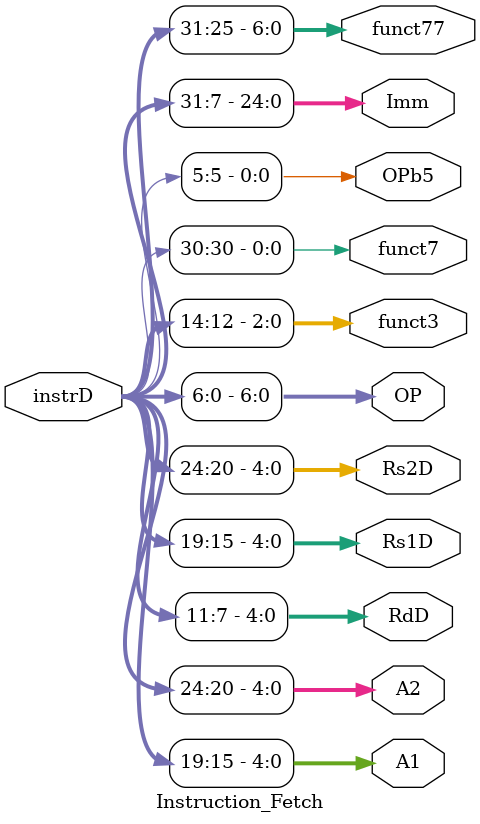
<source format=v>
`timescale 1ns/1ps

module Instruction_Fetch (
    input      [31:0] instrD,
    output reg [4:0]  A1,
    output reg [4:0]  A2,
    output reg [4:0]  RdD,
    output reg [4:0]  Rs1D,
    output reg [4:0]  Rs2D,
    output reg [6:0]  OP,
    output reg [2:0]  funct3,
    output reg        funct7,
	 output reg        OPb5,
    output reg [24:0] Imm,
    output reg [6:0]  funct77
);
	always @(*) begin
		A1      = instrD[19:15];
      A2      = instrD[24:20];
      RdD     = instrD[11:7];
      OP      = instrD[6:0];
		OPb5	 = instrD[5];
      funct3  = instrD[14:12];
      funct7  = instrD[30];
      Imm     = instrD[31:7];
      funct77 = instrD[31:25];
      Rs1D    = instrD[19:15];
      Rs2D    = instrD[24:20];
	end
    
endmodule

</source>
